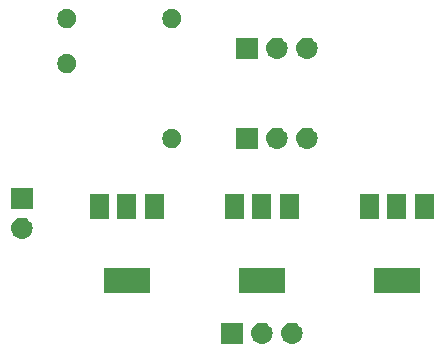
<source format=gbr>
G04 #@! TF.GenerationSoftware,KiCad,Pcbnew,(5.1.2)-2*
G04 #@! TF.CreationDate,2019-07-31T13:01:32-07:00*
G04 #@! TF.ProjectId,ER Valve Board,45522056-616c-4766-9520-426f6172642e,rev?*
G04 #@! TF.SameCoordinates,Original*
G04 #@! TF.FileFunction,Soldermask,Top*
G04 #@! TF.FilePolarity,Negative*
%FSLAX46Y46*%
G04 Gerber Fmt 4.6, Leading zero omitted, Abs format (unit mm)*
G04 Created by KiCad (PCBNEW (5.1.2)-2) date 2019-07-31 13:01:32*
%MOMM*%
%LPD*%
G04 APERTURE LIST*
%ADD10C,0.100000*%
G04 APERTURE END LIST*
D10*
G36*
X134730443Y-113405519D02*
G01*
X134796627Y-113412037D01*
X134966466Y-113463557D01*
X135122991Y-113547222D01*
X135158729Y-113576552D01*
X135260186Y-113659814D01*
X135343448Y-113761271D01*
X135372778Y-113797009D01*
X135456443Y-113953534D01*
X135507963Y-114123373D01*
X135525359Y-114300000D01*
X135507963Y-114476627D01*
X135456443Y-114646466D01*
X135372778Y-114802991D01*
X135343448Y-114838729D01*
X135260186Y-114940186D01*
X135158729Y-115023448D01*
X135122991Y-115052778D01*
X134966466Y-115136443D01*
X134796627Y-115187963D01*
X134730442Y-115194482D01*
X134664260Y-115201000D01*
X134575740Y-115201000D01*
X134509558Y-115194482D01*
X134443373Y-115187963D01*
X134273534Y-115136443D01*
X134117009Y-115052778D01*
X134081271Y-115023448D01*
X133979814Y-114940186D01*
X133896552Y-114838729D01*
X133867222Y-114802991D01*
X133783557Y-114646466D01*
X133732037Y-114476627D01*
X133714641Y-114300000D01*
X133732037Y-114123373D01*
X133783557Y-113953534D01*
X133867222Y-113797009D01*
X133896552Y-113761271D01*
X133979814Y-113659814D01*
X134081271Y-113576552D01*
X134117009Y-113547222D01*
X134273534Y-113463557D01*
X134443373Y-113412037D01*
X134509557Y-113405519D01*
X134575740Y-113399000D01*
X134664260Y-113399000D01*
X134730443Y-113405519D01*
X134730443Y-113405519D01*
G37*
G36*
X130441000Y-115201000D02*
G01*
X128639000Y-115201000D01*
X128639000Y-113399000D01*
X130441000Y-113399000D01*
X130441000Y-115201000D01*
X130441000Y-115201000D01*
G37*
G36*
X132190443Y-113405519D02*
G01*
X132256627Y-113412037D01*
X132426466Y-113463557D01*
X132582991Y-113547222D01*
X132618729Y-113576552D01*
X132720186Y-113659814D01*
X132803448Y-113761271D01*
X132832778Y-113797009D01*
X132916443Y-113953534D01*
X132967963Y-114123373D01*
X132985359Y-114300000D01*
X132967963Y-114476627D01*
X132916443Y-114646466D01*
X132832778Y-114802991D01*
X132803448Y-114838729D01*
X132720186Y-114940186D01*
X132618729Y-115023448D01*
X132582991Y-115052778D01*
X132426466Y-115136443D01*
X132256627Y-115187963D01*
X132190442Y-115194482D01*
X132124260Y-115201000D01*
X132035740Y-115201000D01*
X131969558Y-115194482D01*
X131903373Y-115187963D01*
X131733534Y-115136443D01*
X131577009Y-115052778D01*
X131541271Y-115023448D01*
X131439814Y-114940186D01*
X131356552Y-114838729D01*
X131327222Y-114802991D01*
X131243557Y-114646466D01*
X131192037Y-114476627D01*
X131174641Y-114300000D01*
X131192037Y-114123373D01*
X131243557Y-113953534D01*
X131327222Y-113797009D01*
X131356552Y-113761271D01*
X131439814Y-113659814D01*
X131541271Y-113576552D01*
X131577009Y-113547222D01*
X131733534Y-113463557D01*
X131903373Y-113412037D01*
X131969557Y-113405519D01*
X132035740Y-113399000D01*
X132124260Y-113399000D01*
X132190443Y-113405519D01*
X132190443Y-113405519D01*
G37*
G36*
X134031000Y-110881000D02*
G01*
X130129000Y-110881000D01*
X130129000Y-108779000D01*
X134031000Y-108779000D01*
X134031000Y-110881000D01*
X134031000Y-110881000D01*
G37*
G36*
X122601000Y-110881000D02*
G01*
X118699000Y-110881000D01*
X118699000Y-108779000D01*
X122601000Y-108779000D01*
X122601000Y-110881000D01*
X122601000Y-110881000D01*
G37*
G36*
X145461000Y-110881000D02*
G01*
X141559000Y-110881000D01*
X141559000Y-108779000D01*
X145461000Y-108779000D01*
X145461000Y-110881000D01*
X145461000Y-110881000D01*
G37*
G36*
X111870443Y-104515519D02*
G01*
X111936627Y-104522037D01*
X112106466Y-104573557D01*
X112262991Y-104657222D01*
X112298729Y-104686552D01*
X112400186Y-104769814D01*
X112483448Y-104871271D01*
X112512778Y-104907009D01*
X112596443Y-105063534D01*
X112647963Y-105233373D01*
X112665359Y-105410000D01*
X112647963Y-105586627D01*
X112596443Y-105756466D01*
X112512778Y-105912991D01*
X112483448Y-105948729D01*
X112400186Y-106050186D01*
X112298729Y-106133448D01*
X112262991Y-106162778D01*
X112106466Y-106246443D01*
X111936627Y-106297963D01*
X111870442Y-106304482D01*
X111804260Y-106311000D01*
X111715740Y-106311000D01*
X111649558Y-106304482D01*
X111583373Y-106297963D01*
X111413534Y-106246443D01*
X111257009Y-106162778D01*
X111221271Y-106133448D01*
X111119814Y-106050186D01*
X111036552Y-105948729D01*
X111007222Y-105912991D01*
X110923557Y-105756466D01*
X110872037Y-105586627D01*
X110854641Y-105410000D01*
X110872037Y-105233373D01*
X110923557Y-105063534D01*
X111007222Y-104907009D01*
X111036552Y-104871271D01*
X111119814Y-104769814D01*
X111221271Y-104686552D01*
X111257009Y-104657222D01*
X111413534Y-104573557D01*
X111583373Y-104522037D01*
X111649557Y-104515519D01*
X111715740Y-104509000D01*
X111804260Y-104509000D01*
X111870443Y-104515519D01*
X111870443Y-104515519D01*
G37*
G36*
X132881000Y-104581000D02*
G01*
X131279000Y-104581000D01*
X131279000Y-102479000D01*
X132881000Y-102479000D01*
X132881000Y-104581000D01*
X132881000Y-104581000D01*
G37*
G36*
X142011000Y-104581000D02*
G01*
X140409000Y-104581000D01*
X140409000Y-102479000D01*
X142011000Y-102479000D01*
X142011000Y-104581000D01*
X142011000Y-104581000D01*
G37*
G36*
X144311000Y-104581000D02*
G01*
X142709000Y-104581000D01*
X142709000Y-102479000D01*
X144311000Y-102479000D01*
X144311000Y-104581000D01*
X144311000Y-104581000D01*
G37*
G36*
X130581000Y-104581000D02*
G01*
X128979000Y-104581000D01*
X128979000Y-102479000D01*
X130581000Y-102479000D01*
X130581000Y-104581000D01*
X130581000Y-104581000D01*
G37*
G36*
X135181000Y-104581000D02*
G01*
X133579000Y-104581000D01*
X133579000Y-102479000D01*
X135181000Y-102479000D01*
X135181000Y-104581000D01*
X135181000Y-104581000D01*
G37*
G36*
X123751000Y-104581000D02*
G01*
X122149000Y-104581000D01*
X122149000Y-102479000D01*
X123751000Y-102479000D01*
X123751000Y-104581000D01*
X123751000Y-104581000D01*
G37*
G36*
X119151000Y-104581000D02*
G01*
X117549000Y-104581000D01*
X117549000Y-102479000D01*
X119151000Y-102479000D01*
X119151000Y-104581000D01*
X119151000Y-104581000D01*
G37*
G36*
X121451000Y-104581000D02*
G01*
X119849000Y-104581000D01*
X119849000Y-102479000D01*
X121451000Y-102479000D01*
X121451000Y-104581000D01*
X121451000Y-104581000D01*
G37*
G36*
X146611000Y-104581000D02*
G01*
X145009000Y-104581000D01*
X145009000Y-102479000D01*
X146611000Y-102479000D01*
X146611000Y-104581000D01*
X146611000Y-104581000D01*
G37*
G36*
X112661000Y-103771000D02*
G01*
X110859000Y-103771000D01*
X110859000Y-101969000D01*
X112661000Y-101969000D01*
X112661000Y-103771000D01*
X112661000Y-103771000D01*
G37*
G36*
X131711000Y-98691000D02*
G01*
X129909000Y-98691000D01*
X129909000Y-96889000D01*
X131711000Y-96889000D01*
X131711000Y-98691000D01*
X131711000Y-98691000D01*
G37*
G36*
X133460442Y-96895518D02*
G01*
X133526627Y-96902037D01*
X133696466Y-96953557D01*
X133852991Y-97037222D01*
X133888729Y-97066552D01*
X133990186Y-97149814D01*
X134073448Y-97251271D01*
X134102778Y-97287009D01*
X134186443Y-97443534D01*
X134237963Y-97613373D01*
X134255359Y-97790000D01*
X134237963Y-97966627D01*
X134186443Y-98136466D01*
X134102778Y-98292991D01*
X134090251Y-98308255D01*
X133990186Y-98430186D01*
X133892357Y-98510471D01*
X133852991Y-98542778D01*
X133696466Y-98626443D01*
X133526627Y-98677963D01*
X133460442Y-98684482D01*
X133394260Y-98691000D01*
X133305740Y-98691000D01*
X133239558Y-98684482D01*
X133173373Y-98677963D01*
X133003534Y-98626443D01*
X132847009Y-98542778D01*
X132807643Y-98510471D01*
X132709814Y-98430186D01*
X132609749Y-98308255D01*
X132597222Y-98292991D01*
X132513557Y-98136466D01*
X132462037Y-97966627D01*
X132444641Y-97790000D01*
X132462037Y-97613373D01*
X132513557Y-97443534D01*
X132597222Y-97287009D01*
X132626552Y-97251271D01*
X132709814Y-97149814D01*
X132811271Y-97066552D01*
X132847009Y-97037222D01*
X133003534Y-96953557D01*
X133173373Y-96902037D01*
X133239558Y-96895518D01*
X133305740Y-96889000D01*
X133394260Y-96889000D01*
X133460442Y-96895518D01*
X133460442Y-96895518D01*
G37*
G36*
X136000442Y-96895518D02*
G01*
X136066627Y-96902037D01*
X136236466Y-96953557D01*
X136392991Y-97037222D01*
X136428729Y-97066552D01*
X136530186Y-97149814D01*
X136613448Y-97251271D01*
X136642778Y-97287009D01*
X136726443Y-97443534D01*
X136777963Y-97613373D01*
X136795359Y-97790000D01*
X136777963Y-97966627D01*
X136726443Y-98136466D01*
X136642778Y-98292991D01*
X136630251Y-98308255D01*
X136530186Y-98430186D01*
X136432357Y-98510471D01*
X136392991Y-98542778D01*
X136236466Y-98626443D01*
X136066627Y-98677963D01*
X136000442Y-98684482D01*
X135934260Y-98691000D01*
X135845740Y-98691000D01*
X135779558Y-98684482D01*
X135713373Y-98677963D01*
X135543534Y-98626443D01*
X135387009Y-98542778D01*
X135347643Y-98510471D01*
X135249814Y-98430186D01*
X135149749Y-98308255D01*
X135137222Y-98292991D01*
X135053557Y-98136466D01*
X135002037Y-97966627D01*
X134984641Y-97790000D01*
X135002037Y-97613373D01*
X135053557Y-97443534D01*
X135137222Y-97287009D01*
X135166552Y-97251271D01*
X135249814Y-97149814D01*
X135351271Y-97066552D01*
X135387009Y-97037222D01*
X135543534Y-96953557D01*
X135713373Y-96902037D01*
X135779558Y-96895518D01*
X135845740Y-96889000D01*
X135934260Y-96889000D01*
X136000442Y-96895518D01*
X136000442Y-96895518D01*
G37*
G36*
X124697142Y-97008242D02*
G01*
X124845101Y-97069529D01*
X124978255Y-97158499D01*
X125091501Y-97271745D01*
X125180471Y-97404899D01*
X125241758Y-97552858D01*
X125273000Y-97709925D01*
X125273000Y-97870075D01*
X125241758Y-98027142D01*
X125180471Y-98175101D01*
X125091501Y-98308255D01*
X124978255Y-98421501D01*
X124845101Y-98510471D01*
X124697142Y-98571758D01*
X124540075Y-98603000D01*
X124379925Y-98603000D01*
X124222858Y-98571758D01*
X124074899Y-98510471D01*
X123941745Y-98421501D01*
X123828499Y-98308255D01*
X123739529Y-98175101D01*
X123678242Y-98027142D01*
X123647000Y-97870075D01*
X123647000Y-97709925D01*
X123678242Y-97552858D01*
X123739529Y-97404899D01*
X123828499Y-97271745D01*
X123941745Y-97158499D01*
X124074899Y-97069529D01*
X124222858Y-97008242D01*
X124379925Y-96977000D01*
X124540075Y-96977000D01*
X124697142Y-97008242D01*
X124697142Y-97008242D01*
G37*
G36*
X115807142Y-90658242D02*
G01*
X115955101Y-90719529D01*
X116088255Y-90808499D01*
X116201501Y-90921745D01*
X116290471Y-91054899D01*
X116351758Y-91202858D01*
X116383000Y-91359925D01*
X116383000Y-91520075D01*
X116351758Y-91677142D01*
X116290471Y-91825101D01*
X116201501Y-91958255D01*
X116088255Y-92071501D01*
X115955101Y-92160471D01*
X115807142Y-92221758D01*
X115650075Y-92253000D01*
X115489925Y-92253000D01*
X115332858Y-92221758D01*
X115184899Y-92160471D01*
X115051745Y-92071501D01*
X114938499Y-91958255D01*
X114849529Y-91825101D01*
X114788242Y-91677142D01*
X114757000Y-91520075D01*
X114757000Y-91359925D01*
X114788242Y-91202858D01*
X114849529Y-91054899D01*
X114938499Y-90921745D01*
X115051745Y-90808499D01*
X115184899Y-90719529D01*
X115332858Y-90658242D01*
X115489925Y-90627000D01*
X115650075Y-90627000D01*
X115807142Y-90658242D01*
X115807142Y-90658242D01*
G37*
G36*
X133460443Y-89275519D02*
G01*
X133526627Y-89282037D01*
X133696466Y-89333557D01*
X133852991Y-89417222D01*
X133888729Y-89446552D01*
X133990186Y-89529814D01*
X134073448Y-89631271D01*
X134102778Y-89667009D01*
X134186443Y-89823534D01*
X134237963Y-89993373D01*
X134255359Y-90170000D01*
X134237963Y-90346627D01*
X134186443Y-90516466D01*
X134102778Y-90672991D01*
X134073448Y-90708729D01*
X133990186Y-90810186D01*
X133888729Y-90893448D01*
X133852991Y-90922778D01*
X133696466Y-91006443D01*
X133526627Y-91057963D01*
X133460442Y-91064482D01*
X133394260Y-91071000D01*
X133305740Y-91071000D01*
X133239558Y-91064482D01*
X133173373Y-91057963D01*
X133003534Y-91006443D01*
X132847009Y-90922778D01*
X132811271Y-90893448D01*
X132709814Y-90810186D01*
X132626552Y-90708729D01*
X132597222Y-90672991D01*
X132513557Y-90516466D01*
X132462037Y-90346627D01*
X132444641Y-90170000D01*
X132462037Y-89993373D01*
X132513557Y-89823534D01*
X132597222Y-89667009D01*
X132626552Y-89631271D01*
X132709814Y-89529814D01*
X132811271Y-89446552D01*
X132847009Y-89417222D01*
X133003534Y-89333557D01*
X133173373Y-89282037D01*
X133239557Y-89275519D01*
X133305740Y-89269000D01*
X133394260Y-89269000D01*
X133460443Y-89275519D01*
X133460443Y-89275519D01*
G37*
G36*
X136000443Y-89275519D02*
G01*
X136066627Y-89282037D01*
X136236466Y-89333557D01*
X136392991Y-89417222D01*
X136428729Y-89446552D01*
X136530186Y-89529814D01*
X136613448Y-89631271D01*
X136642778Y-89667009D01*
X136726443Y-89823534D01*
X136777963Y-89993373D01*
X136795359Y-90170000D01*
X136777963Y-90346627D01*
X136726443Y-90516466D01*
X136642778Y-90672991D01*
X136613448Y-90708729D01*
X136530186Y-90810186D01*
X136428729Y-90893448D01*
X136392991Y-90922778D01*
X136236466Y-91006443D01*
X136066627Y-91057963D01*
X136000442Y-91064482D01*
X135934260Y-91071000D01*
X135845740Y-91071000D01*
X135779558Y-91064482D01*
X135713373Y-91057963D01*
X135543534Y-91006443D01*
X135387009Y-90922778D01*
X135351271Y-90893448D01*
X135249814Y-90810186D01*
X135166552Y-90708729D01*
X135137222Y-90672991D01*
X135053557Y-90516466D01*
X135002037Y-90346627D01*
X134984641Y-90170000D01*
X135002037Y-89993373D01*
X135053557Y-89823534D01*
X135137222Y-89667009D01*
X135166552Y-89631271D01*
X135249814Y-89529814D01*
X135351271Y-89446552D01*
X135387009Y-89417222D01*
X135543534Y-89333557D01*
X135713373Y-89282037D01*
X135779557Y-89275519D01*
X135845740Y-89269000D01*
X135934260Y-89269000D01*
X136000443Y-89275519D01*
X136000443Y-89275519D01*
G37*
G36*
X131711000Y-91071000D02*
G01*
X129909000Y-91071000D01*
X129909000Y-89269000D01*
X131711000Y-89269000D01*
X131711000Y-91071000D01*
X131711000Y-91071000D01*
G37*
G36*
X124697142Y-86848242D02*
G01*
X124845101Y-86909529D01*
X124978255Y-86998499D01*
X125091501Y-87111745D01*
X125180471Y-87244899D01*
X125241758Y-87392858D01*
X125273000Y-87549925D01*
X125273000Y-87710075D01*
X125241758Y-87867142D01*
X125180471Y-88015101D01*
X125091501Y-88148255D01*
X124978255Y-88261501D01*
X124845101Y-88350471D01*
X124697142Y-88411758D01*
X124540075Y-88443000D01*
X124379925Y-88443000D01*
X124222858Y-88411758D01*
X124074899Y-88350471D01*
X123941745Y-88261501D01*
X123828499Y-88148255D01*
X123739529Y-88015101D01*
X123678242Y-87867142D01*
X123647000Y-87710075D01*
X123647000Y-87549925D01*
X123678242Y-87392858D01*
X123739529Y-87244899D01*
X123828499Y-87111745D01*
X123941745Y-86998499D01*
X124074899Y-86909529D01*
X124222858Y-86848242D01*
X124379925Y-86817000D01*
X124540075Y-86817000D01*
X124697142Y-86848242D01*
X124697142Y-86848242D01*
G37*
G36*
X115807142Y-86848242D02*
G01*
X115955101Y-86909529D01*
X116088255Y-86998499D01*
X116201501Y-87111745D01*
X116290471Y-87244899D01*
X116351758Y-87392858D01*
X116383000Y-87549925D01*
X116383000Y-87710075D01*
X116351758Y-87867142D01*
X116290471Y-88015101D01*
X116201501Y-88148255D01*
X116088255Y-88261501D01*
X115955101Y-88350471D01*
X115807142Y-88411758D01*
X115650075Y-88443000D01*
X115489925Y-88443000D01*
X115332858Y-88411758D01*
X115184899Y-88350471D01*
X115051745Y-88261501D01*
X114938499Y-88148255D01*
X114849529Y-88015101D01*
X114788242Y-87867142D01*
X114757000Y-87710075D01*
X114757000Y-87549925D01*
X114788242Y-87392858D01*
X114849529Y-87244899D01*
X114938499Y-87111745D01*
X115051745Y-86998499D01*
X115184899Y-86909529D01*
X115332858Y-86848242D01*
X115489925Y-86817000D01*
X115650075Y-86817000D01*
X115807142Y-86848242D01*
X115807142Y-86848242D01*
G37*
M02*

</source>
